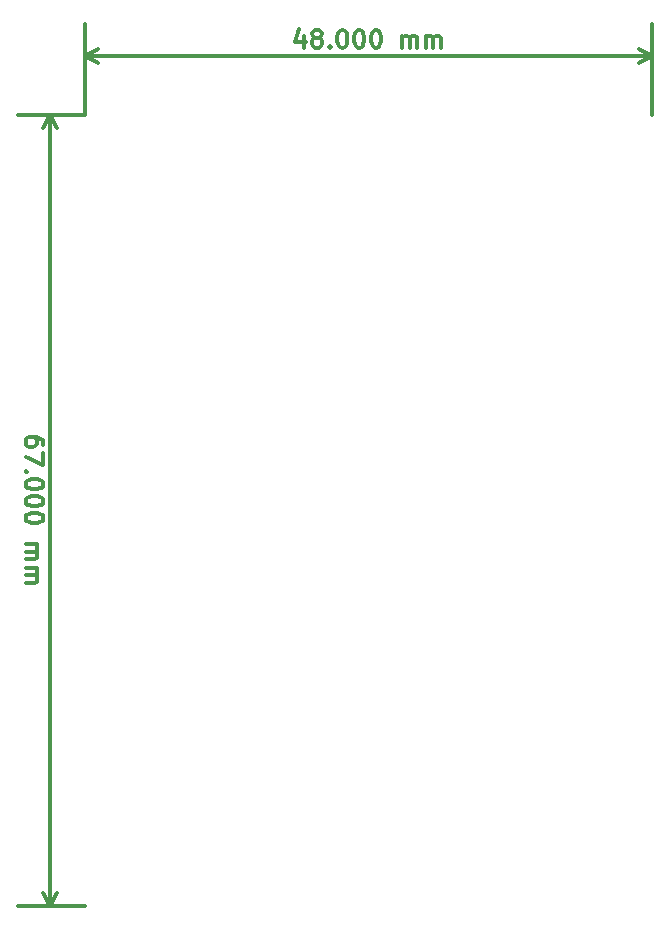
<source format=gbr>
G04 #@! TF.FileFunction,Other,Comment*
%FSLAX46Y46*%
G04 Gerber Fmt 4.6, Leading zero omitted, Abs format (unit mm)*
G04 Created by KiCad (PCBNEW 4.0.6) date 2017 May 11, Thursday 23:22:10*
%MOMM*%
%LPD*%
G01*
G04 APERTURE LIST*
%ADD10C,1.000000*%
%ADD11C,0.300000*%
G04 APERTURE END LIST*
D10*
D11*
X15471429Y-48000001D02*
X15471429Y-47714287D01*
X15400000Y-47571430D01*
X15328571Y-47500001D01*
X15114286Y-47357144D01*
X14828571Y-47285715D01*
X14257143Y-47285715D01*
X14114286Y-47357144D01*
X14042857Y-47428572D01*
X13971429Y-47571430D01*
X13971429Y-47857144D01*
X14042857Y-48000001D01*
X14114286Y-48071430D01*
X14257143Y-48142858D01*
X14614286Y-48142858D01*
X14757143Y-48071430D01*
X14828571Y-48000001D01*
X14900000Y-47857144D01*
X14900000Y-47571430D01*
X14828571Y-47428572D01*
X14757143Y-47357144D01*
X14614286Y-47285715D01*
X15471429Y-48642858D02*
X15471429Y-49642858D01*
X13971429Y-49000001D01*
X14114286Y-50214286D02*
X14042857Y-50285714D01*
X13971429Y-50214286D01*
X14042857Y-50142857D01*
X14114286Y-50214286D01*
X13971429Y-50214286D01*
X15471429Y-51214286D02*
X15471429Y-51357143D01*
X15400000Y-51500000D01*
X15328571Y-51571429D01*
X15185714Y-51642858D01*
X14900000Y-51714286D01*
X14542857Y-51714286D01*
X14257143Y-51642858D01*
X14114286Y-51571429D01*
X14042857Y-51500000D01*
X13971429Y-51357143D01*
X13971429Y-51214286D01*
X14042857Y-51071429D01*
X14114286Y-51000000D01*
X14257143Y-50928572D01*
X14542857Y-50857143D01*
X14900000Y-50857143D01*
X15185714Y-50928572D01*
X15328571Y-51000000D01*
X15400000Y-51071429D01*
X15471429Y-51214286D01*
X15471429Y-52642857D02*
X15471429Y-52785714D01*
X15400000Y-52928571D01*
X15328571Y-53000000D01*
X15185714Y-53071429D01*
X14900000Y-53142857D01*
X14542857Y-53142857D01*
X14257143Y-53071429D01*
X14114286Y-53000000D01*
X14042857Y-52928571D01*
X13971429Y-52785714D01*
X13971429Y-52642857D01*
X14042857Y-52500000D01*
X14114286Y-52428571D01*
X14257143Y-52357143D01*
X14542857Y-52285714D01*
X14900000Y-52285714D01*
X15185714Y-52357143D01*
X15328571Y-52428571D01*
X15400000Y-52500000D01*
X15471429Y-52642857D01*
X15471429Y-54071428D02*
X15471429Y-54214285D01*
X15400000Y-54357142D01*
X15328571Y-54428571D01*
X15185714Y-54500000D01*
X14900000Y-54571428D01*
X14542857Y-54571428D01*
X14257143Y-54500000D01*
X14114286Y-54428571D01*
X14042857Y-54357142D01*
X13971429Y-54214285D01*
X13971429Y-54071428D01*
X14042857Y-53928571D01*
X14114286Y-53857142D01*
X14257143Y-53785714D01*
X14542857Y-53714285D01*
X14900000Y-53714285D01*
X15185714Y-53785714D01*
X15328571Y-53857142D01*
X15400000Y-53928571D01*
X15471429Y-54071428D01*
X13971429Y-56357142D02*
X14971429Y-56357142D01*
X14828571Y-56357142D02*
X14900000Y-56428570D01*
X14971429Y-56571428D01*
X14971429Y-56785713D01*
X14900000Y-56928570D01*
X14757143Y-56999999D01*
X13971429Y-56999999D01*
X14757143Y-56999999D02*
X14900000Y-57071428D01*
X14971429Y-57214285D01*
X14971429Y-57428570D01*
X14900000Y-57571428D01*
X14757143Y-57642856D01*
X13971429Y-57642856D01*
X13971429Y-58357142D02*
X14971429Y-58357142D01*
X14828571Y-58357142D02*
X14900000Y-58428570D01*
X14971429Y-58571428D01*
X14971429Y-58785713D01*
X14900000Y-58928570D01*
X14757143Y-58999999D01*
X13971429Y-58999999D01*
X14757143Y-58999999D02*
X14900000Y-59071428D01*
X14971429Y-59214285D01*
X14971429Y-59428570D01*
X14900000Y-59571428D01*
X14757143Y-59642856D01*
X13971429Y-59642856D01*
X16000000Y-20000000D02*
X16000000Y-87000000D01*
X19000000Y-20000000D02*
X13300000Y-20000000D01*
X19000000Y-87000000D02*
X13300000Y-87000000D01*
X16000000Y-87000000D02*
X15413579Y-85873496D01*
X16000000Y-87000000D02*
X16586421Y-85873496D01*
X16000000Y-20000000D02*
X15413579Y-21126504D01*
X16000000Y-20000000D02*
X16586421Y-21126504D01*
X37500001Y-13328571D02*
X37500001Y-14328571D01*
X37142858Y-12757143D02*
X36785715Y-13828571D01*
X37714287Y-13828571D01*
X38500001Y-13471429D02*
X38357143Y-13400000D01*
X38285715Y-13328571D01*
X38214286Y-13185714D01*
X38214286Y-13114286D01*
X38285715Y-12971429D01*
X38357143Y-12900000D01*
X38500001Y-12828571D01*
X38785715Y-12828571D01*
X38928572Y-12900000D01*
X39000001Y-12971429D01*
X39071429Y-13114286D01*
X39071429Y-13185714D01*
X39000001Y-13328571D01*
X38928572Y-13400000D01*
X38785715Y-13471429D01*
X38500001Y-13471429D01*
X38357143Y-13542857D01*
X38285715Y-13614286D01*
X38214286Y-13757143D01*
X38214286Y-14042857D01*
X38285715Y-14185714D01*
X38357143Y-14257143D01*
X38500001Y-14328571D01*
X38785715Y-14328571D01*
X38928572Y-14257143D01*
X39000001Y-14185714D01*
X39071429Y-14042857D01*
X39071429Y-13757143D01*
X39000001Y-13614286D01*
X38928572Y-13542857D01*
X38785715Y-13471429D01*
X39714286Y-14185714D02*
X39785714Y-14257143D01*
X39714286Y-14328571D01*
X39642857Y-14257143D01*
X39714286Y-14185714D01*
X39714286Y-14328571D01*
X40714286Y-12828571D02*
X40857143Y-12828571D01*
X41000000Y-12900000D01*
X41071429Y-12971429D01*
X41142858Y-13114286D01*
X41214286Y-13400000D01*
X41214286Y-13757143D01*
X41142858Y-14042857D01*
X41071429Y-14185714D01*
X41000000Y-14257143D01*
X40857143Y-14328571D01*
X40714286Y-14328571D01*
X40571429Y-14257143D01*
X40500000Y-14185714D01*
X40428572Y-14042857D01*
X40357143Y-13757143D01*
X40357143Y-13400000D01*
X40428572Y-13114286D01*
X40500000Y-12971429D01*
X40571429Y-12900000D01*
X40714286Y-12828571D01*
X42142857Y-12828571D02*
X42285714Y-12828571D01*
X42428571Y-12900000D01*
X42500000Y-12971429D01*
X42571429Y-13114286D01*
X42642857Y-13400000D01*
X42642857Y-13757143D01*
X42571429Y-14042857D01*
X42500000Y-14185714D01*
X42428571Y-14257143D01*
X42285714Y-14328571D01*
X42142857Y-14328571D01*
X42000000Y-14257143D01*
X41928571Y-14185714D01*
X41857143Y-14042857D01*
X41785714Y-13757143D01*
X41785714Y-13400000D01*
X41857143Y-13114286D01*
X41928571Y-12971429D01*
X42000000Y-12900000D01*
X42142857Y-12828571D01*
X43571428Y-12828571D02*
X43714285Y-12828571D01*
X43857142Y-12900000D01*
X43928571Y-12971429D01*
X44000000Y-13114286D01*
X44071428Y-13400000D01*
X44071428Y-13757143D01*
X44000000Y-14042857D01*
X43928571Y-14185714D01*
X43857142Y-14257143D01*
X43714285Y-14328571D01*
X43571428Y-14328571D01*
X43428571Y-14257143D01*
X43357142Y-14185714D01*
X43285714Y-14042857D01*
X43214285Y-13757143D01*
X43214285Y-13400000D01*
X43285714Y-13114286D01*
X43357142Y-12971429D01*
X43428571Y-12900000D01*
X43571428Y-12828571D01*
X45857142Y-14328571D02*
X45857142Y-13328571D01*
X45857142Y-13471429D02*
X45928570Y-13400000D01*
X46071428Y-13328571D01*
X46285713Y-13328571D01*
X46428570Y-13400000D01*
X46499999Y-13542857D01*
X46499999Y-14328571D01*
X46499999Y-13542857D02*
X46571428Y-13400000D01*
X46714285Y-13328571D01*
X46928570Y-13328571D01*
X47071428Y-13400000D01*
X47142856Y-13542857D01*
X47142856Y-14328571D01*
X47857142Y-14328571D02*
X47857142Y-13328571D01*
X47857142Y-13471429D02*
X47928570Y-13400000D01*
X48071428Y-13328571D01*
X48285713Y-13328571D01*
X48428570Y-13400000D01*
X48499999Y-13542857D01*
X48499999Y-14328571D01*
X48499999Y-13542857D02*
X48571428Y-13400000D01*
X48714285Y-13328571D01*
X48928570Y-13328571D01*
X49071428Y-13400000D01*
X49142856Y-13542857D01*
X49142856Y-14328571D01*
X19000000Y-15000000D02*
X67000000Y-15000000D01*
X19000000Y-20000000D02*
X19000000Y-12300000D01*
X67000000Y-20000000D02*
X67000000Y-12300000D01*
X67000000Y-15000000D02*
X65873496Y-15586421D01*
X67000000Y-15000000D02*
X65873496Y-14413579D01*
X19000000Y-15000000D02*
X20126504Y-15586421D01*
X19000000Y-15000000D02*
X20126504Y-14413579D01*
M02*

</source>
